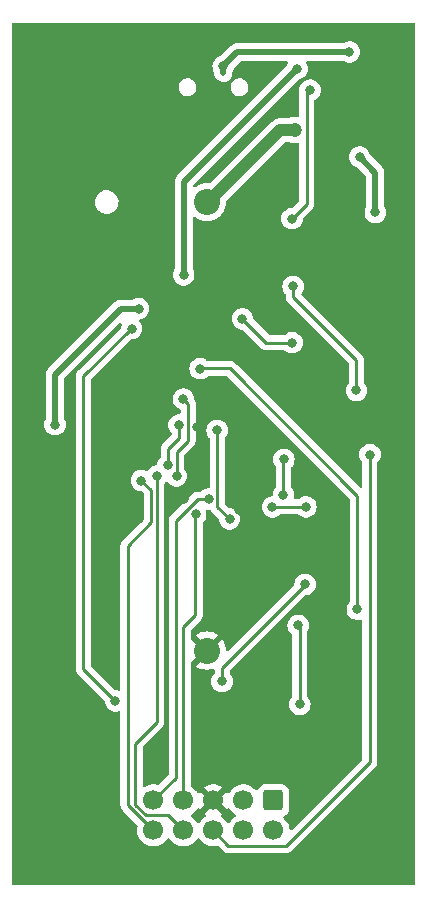
<source format=gbl>
%TF.GenerationSoftware,KiCad,Pcbnew,7.0.1*%
%TF.CreationDate,2023-06-06T18:12:30-03:00*%
%TF.ProjectId,HLI-C_main,484c492d-435f-46d6-9169-6e2e6b696361,rev?*%
%TF.SameCoordinates,Original*%
%TF.FileFunction,Copper,L2,Bot*%
%TF.FilePolarity,Positive*%
%FSLAX46Y46*%
G04 Gerber Fmt 4.6, Leading zero omitted, Abs format (unit mm)*
G04 Created by KiCad (PCBNEW 7.0.1) date 2023-06-06 18:12:30*
%MOMM*%
%LPD*%
G01*
G04 APERTURE LIST*
G04 Aperture macros list*
%AMRoundRect*
0 Rectangle with rounded corners*
0 $1 Rounding radius*
0 $2 $3 $4 $5 $6 $7 $8 $9 X,Y pos of 4 corners*
0 Add a 4 corners polygon primitive as box body*
4,1,4,$2,$3,$4,$5,$6,$7,$8,$9,$2,$3,0*
0 Add four circle primitives for the rounded corners*
1,1,$1+$1,$2,$3*
1,1,$1+$1,$4,$5*
1,1,$1+$1,$6,$7*
1,1,$1+$1,$8,$9*
0 Add four rect primitives between the rounded corners*
20,1,$1+$1,$2,$3,$4,$5,0*
20,1,$1+$1,$4,$5,$6,$7,0*
20,1,$1+$1,$6,$7,$8,$9,0*
20,1,$1+$1,$8,$9,$2,$3,0*%
G04 Aperture macros list end*
%TA.AperFunction,ComponentPad*%
%ADD10RoundRect,0.250000X-0.600000X0.600000X-0.600000X-0.600000X0.600000X-0.600000X0.600000X0.600000X0*%
%TD*%
%TA.AperFunction,ComponentPad*%
%ADD11C,1.700000*%
%TD*%
%TA.AperFunction,ComponentPad*%
%ADD12C,2.205000*%
%TD*%
%TA.AperFunction,ViaPad*%
%ADD13C,0.800000*%
%TD*%
%TA.AperFunction,ViaPad*%
%ADD14C,1.200000*%
%TD*%
%TA.AperFunction,Conductor*%
%ADD15C,0.250000*%
%TD*%
%TA.AperFunction,Conductor*%
%ADD16C,0.500000*%
%TD*%
%TA.AperFunction,Conductor*%
%ADD17C,1.000000*%
%TD*%
G04 APERTURE END LIST*
D10*
%TO.P,CON4,1,Pin_1*%
%TO.N,RESET*%
X197815200Y-82610300D03*
D11*
%TO.P,CON4,2,Pin_2*%
%TO.N,+2V5*%
X197815200Y-85150300D03*
%TO.P,CON4,3,Pin_3*%
%TO.N,+3.3VP*%
X195275200Y-82610300D03*
%TO.P,CON4,4,Pin_4*%
X195275200Y-85150300D03*
%TO.P,CON4,5,Pin_5*%
%TO.N,0*%
X192735200Y-82610300D03*
%TO.P,CON4,6,Pin_6*%
%TO.N,VBAT*%
X192735200Y-85150300D03*
%TO.P,CON4,7,Pin_7*%
%TO.N,PGED2*%
X190195200Y-82610300D03*
%TO.P,CON4,8,Pin_8*%
%TO.N,RXB*%
X190195200Y-85150300D03*
%TO.P,CON4,9,Pin_9*%
%TO.N,PGEC2*%
X187655200Y-82610300D03*
%TO.P,CON4,10,Pin_10*%
%TO.N,TXB*%
X187655200Y-85150300D03*
%TD*%
D12*
%TO.P,CON3,N*%
%TO.N,0*%
X192200000Y-69920000D03*
%TO.P,CON3,P*%
%TO.N,N/C*%
X192200000Y-31950000D03*
%TD*%
D13*
%TO.N,0*%
X197535800Y-51409600D03*
%TO.N,+3V3*%
X191617600Y-46050200D03*
%TO.N,+3.3VP*%
X199402700Y-43853100D03*
X195199000Y-41833800D03*
%TO.N,0*%
X190279849Y-57104849D03*
X197713600Y-71755000D03*
X190630000Y-41990000D03*
X186450000Y-58771600D03*
X182981600Y-61518800D03*
X191340000Y-51010000D03*
X194894200Y-57988200D03*
X186131200Y-27127200D03*
X183637701Y-53517800D03*
X191590000Y-27000000D03*
X199821800Y-61468000D03*
X200250000Y-36680000D03*
X192582800Y-35509200D03*
X187980000Y-33650000D03*
X202997630Y-32549509D03*
X195986400Y-78486000D03*
X191668400Y-78486000D03*
X187502800Y-48818800D03*
%TO.N,+3V3*%
X184441450Y-74181350D03*
X204927200Y-66421000D03*
X185812000Y-42671998D03*
%TO.N,RESET*%
X199923400Y-67792600D03*
X200050400Y-74472800D03*
%TO.N,+5VD*%
X179324000Y-50800000D03*
X186403528Y-40970000D03*
X199820000Y-20680000D03*
X190220600Y-38125400D03*
%TO.N,+3.3VP*%
X200571700Y-57750000D03*
X197739000Y-57771599D03*
%TO.N,Net-(U1-VDDCORE)*%
X200507200Y-64312800D03*
X193469500Y-72542400D03*
%TO.N,PGED2*%
X191236350Y-58394850D03*
%TO.N,PGEC2*%
X192340900Y-57104349D03*
%TO.N,PIN-SCL*%
X189620000Y-55140000D03*
X190190000Y-48620000D03*
%TO.N,PIN-SDA*%
X189830000Y-50820000D03*
X188895500Y-54244302D03*
D14*
%TO.N,Net-(CON3-+)*%
X199610000Y-25850000D03*
D13*
%TO.N,Net-(U1-SDO2{slash}RG8)*%
X198672700Y-56737500D03*
X198706148Y-53738352D03*
%TO.N,Net-(U1-\u002ASS2{slash}RG9)*%
X194102800Y-58771600D03*
X193054100Y-51271300D03*
%TO.N,VBAT*%
X206000000Y-53325400D03*
X206450000Y-32825000D03*
X205110000Y-28130000D03*
%TO.N,RXB*%
X187944455Y-55144454D03*
%TO.N,TXB*%
X186650000Y-55525000D03*
%TO.N,+5V*%
X204260000Y-19250000D03*
X193573400Y-20447000D03*
%TO.N,Net-(D2-K)*%
X199491600Y-39090600D03*
X200914000Y-22479000D03*
X204851000Y-47904400D03*
X199390000Y-33350200D03*
%TD*%
D15*
%TO.N,Net-(U1-SDO2{slash}RG8)*%
X198672700Y-53771800D02*
X198672700Y-56737500D01*
X198706148Y-53738352D02*
X198672700Y-53771800D01*
D16*
%TO.N,+5VD*%
X190220600Y-30239400D02*
X199780000Y-20680000D01*
X190220600Y-38125400D02*
X190220600Y-30239400D01*
X199780000Y-20680000D02*
X199820000Y-20680000D01*
D15*
%TO.N,Net-(D2-K)*%
X204851000Y-45361000D02*
X204851000Y-47904400D01*
X199491600Y-39090600D02*
X199491600Y-40001600D01*
X199491600Y-40001600D02*
X204851000Y-45361000D01*
%TO.N,+3.3VP*%
X197760599Y-57750000D02*
X197739000Y-57771599D01*
X200571700Y-57750000D02*
X197760599Y-57750000D01*
%TO.N,Net-(D2-K)*%
X200625000Y-32115200D02*
X200625000Y-22768000D01*
X200625000Y-22768000D02*
X200914000Y-22479000D01*
X199390000Y-33350200D02*
X200625000Y-32115200D01*
D16*
%TO.N,+5V*%
X193573400Y-20447000D02*
X193573400Y-21023400D01*
X193573400Y-20447000D02*
X194770400Y-19250000D01*
X194770400Y-19250000D02*
X204260000Y-19250000D01*
%TO.N,+5VD*%
X184910000Y-40970000D02*
X179324000Y-46556000D01*
X179324000Y-46556000D02*
X179324000Y-50800000D01*
X186403528Y-40970000D02*
X184910000Y-40970000D01*
X186403528Y-40970000D02*
X186060000Y-40970000D01*
D15*
%TO.N,+3V3*%
X191643000Y-46024800D02*
X191617600Y-46050200D01*
X194132200Y-46024800D02*
X191643000Y-46024800D01*
X204927200Y-56819800D02*
X194132200Y-46024800D01*
X204927200Y-66421000D02*
X204927200Y-56819800D01*
%TO.N,Net-(U1-VDDCORE)*%
X200507200Y-64338400D02*
X200507200Y-64312800D01*
X193469500Y-71376100D02*
X200507200Y-64338400D01*
X193469500Y-72542400D02*
X193469500Y-71376100D01*
%TO.N,+3V3*%
X191592200Y-46024800D02*
X191541400Y-46024800D01*
X191617600Y-46050200D02*
X191592200Y-46024800D01*
%TO.N,+3.3VP*%
X195199000Y-41833800D02*
X197218300Y-43853100D01*
X197218300Y-43853100D02*
X199402700Y-43853100D01*
%TO.N,+3V3*%
X185728002Y-42671998D02*
X181711600Y-46688400D01*
X185811998Y-42671998D02*
X185812000Y-42671998D01*
X181711600Y-71451500D02*
X184441450Y-74181350D01*
X185812000Y-42671998D02*
X185728002Y-42671998D01*
X185770000Y-42630000D02*
X185811998Y-42671998D01*
X181711600Y-46688400D02*
X181711600Y-71451500D01*
%TO.N,+3.3VP*%
X195275200Y-82296000D02*
X195275200Y-82610300D01*
%TO.N,RESET*%
X199923400Y-67792600D02*
X200050400Y-67919600D01*
X200050400Y-67919600D02*
X200050400Y-74472800D01*
%TO.N,PGED2*%
X191211200Y-58420000D02*
X191211200Y-66903600D01*
X191236350Y-58394850D02*
X191211200Y-58420000D01*
X190195200Y-67919600D02*
X190195200Y-82610300D01*
X191211200Y-66903600D02*
X190195200Y-67919600D01*
%TO.N,PGEC2*%
X189585600Y-80679900D02*
X187655200Y-82610300D01*
X191399946Y-57104349D02*
X189585600Y-58918695D01*
X192340900Y-57104349D02*
X191399946Y-57104349D01*
X189585600Y-58918695D02*
X189585600Y-80679900D01*
%TO.N,PIN-SCL*%
X189620000Y-53130000D02*
X190600000Y-52150000D01*
X190600000Y-52150000D02*
X190600000Y-49030000D01*
X189620000Y-55140000D02*
X189620000Y-53130000D01*
X190600000Y-49030000D02*
X190190000Y-48620000D01*
%TO.N,PIN-SDA*%
X189830000Y-51920000D02*
X189830000Y-50820000D01*
X188895500Y-52854500D02*
X189830000Y-51920000D01*
X188895500Y-54244302D02*
X188895500Y-52854500D01*
D17*
%TO.N,Net-(CON3-+)*%
X198400000Y-25850000D02*
X199610000Y-25850000D01*
X192200000Y-31950000D02*
X192300000Y-31950000D01*
X192300000Y-31950000D02*
X198400000Y-25850000D01*
D15*
%TO.N,Net-(U1-\u002ASS2{slash}RG9)*%
X193065400Y-51282600D02*
X193054100Y-51271300D01*
X193065400Y-57734200D02*
X193065400Y-51282600D01*
X194102800Y-58771600D02*
X193065400Y-57734200D01*
%TO.N,VBAT*%
X194010000Y-86430000D02*
X192735200Y-85155200D01*
X198920000Y-86430000D02*
X194010000Y-86430000D01*
X205960000Y-79390000D02*
X198920000Y-86430000D01*
D16*
X206450000Y-32825000D02*
X206450000Y-29470000D01*
D15*
X205960000Y-53365400D02*
X205960000Y-79390000D01*
D16*
X206450000Y-29470000D02*
X205110000Y-28130000D01*
D15*
X206000000Y-53325400D02*
X205960000Y-53365400D01*
X192735200Y-85155200D02*
X192735200Y-85150300D01*
%TO.N,RXB*%
X188919900Y-83875000D02*
X190195200Y-85150300D01*
X187944455Y-55144454D02*
X187944455Y-75980545D01*
X186125000Y-82983704D02*
X187016296Y-83875000D01*
X187944455Y-75980545D02*
X186125000Y-77800000D01*
X187016296Y-83875000D02*
X188919900Y-83875000D01*
X186125000Y-77800000D02*
X186125000Y-82983704D01*
%TO.N,TXB*%
X187494455Y-56369455D02*
X187494455Y-59080545D01*
X187494455Y-59080545D02*
X185500000Y-61075000D01*
X185500000Y-82995100D02*
X187655200Y-85150300D01*
X186650000Y-55525000D02*
X187494455Y-56369455D01*
X185500000Y-61075000D02*
X185500000Y-82995100D01*
%TD*%
%TA.AperFunction,Conductor*%
%TO.N,0*%
G36*
X209765900Y-16806781D02*
G01*
X209812019Y-16852900D01*
X209828900Y-16915900D01*
X209828900Y-89637600D01*
X209812019Y-89700600D01*
X209765900Y-89746719D01*
X209702900Y-89763600D01*
X175783350Y-89763600D01*
X175720350Y-89746719D01*
X175674231Y-89700600D01*
X175657350Y-89637600D01*
X175657350Y-50799999D01*
X178410496Y-50799999D01*
X178430458Y-50989929D01*
X178489472Y-51171556D01*
X178584958Y-51336942D01*
X178584960Y-51336944D01*
X178712747Y-51478866D01*
X178867248Y-51591118D01*
X179041712Y-51668794D01*
X179228513Y-51708500D01*
X179419485Y-51708500D01*
X179419487Y-51708500D01*
X179606288Y-51668794D01*
X179780752Y-51591118D01*
X179935253Y-51478866D01*
X180063040Y-51336944D01*
X180158527Y-51171556D01*
X180217542Y-50989928D01*
X180237504Y-50800000D01*
X180217542Y-50610072D01*
X180158527Y-50428444D01*
X180099381Y-50326000D01*
X180082500Y-50263000D01*
X180082500Y-46922371D01*
X180092091Y-46874153D01*
X180119405Y-46833276D01*
X181277087Y-45675594D01*
X184762903Y-42189776D01*
X184820661Y-42156832D01*
X184887149Y-42157876D01*
X184943846Y-42192620D01*
X184974961Y-42251386D01*
X184971829Y-42317809D01*
X184918458Y-42482067D01*
X184910958Y-42553427D01*
X184899373Y-42594500D01*
X184874743Y-42629350D01*
X181322936Y-46181157D01*
X181306616Y-46194233D01*
X181257970Y-46246035D01*
X181255220Y-46248873D01*
X181235468Y-46268626D01*
X181235464Y-46268630D01*
X181235465Y-46268630D01*
X181232979Y-46271833D01*
X181225287Y-46280839D01*
X181195013Y-46313078D01*
X181185252Y-46330834D01*
X181174401Y-46347352D01*
X181161985Y-46363359D01*
X181144424Y-46403939D01*
X181139204Y-46414595D01*
X181117904Y-46453340D01*
X181112867Y-46472959D01*
X181106464Y-46491661D01*
X181098418Y-46510255D01*
X181091501Y-46553924D01*
X181089095Y-46565544D01*
X181078100Y-46608370D01*
X181078100Y-46628624D01*
X181076549Y-46648334D01*
X181073379Y-46668342D01*
X181077541Y-46712361D01*
X181078100Y-46724219D01*
X181078100Y-71367647D01*
X181075804Y-71388435D01*
X181078038Y-71459486D01*
X181078100Y-71463445D01*
X181078100Y-71491357D01*
X181078607Y-71495373D01*
X181079537Y-71507196D01*
X181080926Y-71551392D01*
X181086577Y-71570841D01*
X181090586Y-71590196D01*
X181093125Y-71610294D01*
X181093125Y-71610296D01*
X181093126Y-71610297D01*
X181105866Y-71642476D01*
X181109401Y-71651403D01*
X181113244Y-71662630D01*
X181125580Y-71705090D01*
X181135894Y-71722530D01*
X181144587Y-71740274D01*
X181152048Y-71759117D01*
X181152049Y-71759119D01*
X181178031Y-71794880D01*
X181184548Y-71804801D01*
X181207058Y-71842863D01*
X181221378Y-71857183D01*
X181234218Y-71872216D01*
X181246126Y-71888605D01*
X181280198Y-71916792D01*
X181288978Y-71924782D01*
X183494327Y-74130132D01*
X183518958Y-74164982D01*
X183530542Y-74206056D01*
X183547908Y-74371279D01*
X183606922Y-74552906D01*
X183702408Y-74718292D01*
X183702410Y-74718294D01*
X183830197Y-74860216D01*
X183984698Y-74972468D01*
X184159162Y-75050144D01*
X184345963Y-75089850D01*
X184536935Y-75089850D01*
X184536937Y-75089850D01*
X184714305Y-75052149D01*
X184769914Y-75052877D01*
X184819794Y-75077476D01*
X184854226Y-75121152D01*
X184866500Y-75175396D01*
X184866500Y-82911247D01*
X184864204Y-82932035D01*
X184866438Y-83003086D01*
X184866500Y-83007045D01*
X184866500Y-83034957D01*
X184867007Y-83038973D01*
X184867937Y-83050796D01*
X184869326Y-83094992D01*
X184874977Y-83114441D01*
X184878986Y-83133796D01*
X184881525Y-83153894D01*
X184897801Y-83195003D01*
X184901644Y-83206230D01*
X184913980Y-83248690D01*
X184924294Y-83266130D01*
X184932987Y-83283874D01*
X184940448Y-83302717D01*
X184940449Y-83302719D01*
X184966431Y-83338480D01*
X184972948Y-83348401D01*
X184995458Y-83386463D01*
X185009778Y-83400783D01*
X185022618Y-83415816D01*
X185034526Y-83432205D01*
X185034527Y-83432206D01*
X185034528Y-83432207D01*
X185068598Y-83460392D01*
X185077378Y-83468382D01*
X186305333Y-84696338D01*
X186337717Y-84751984D01*
X186338382Y-84816360D01*
X186310636Y-84925932D01*
X186292044Y-85150300D01*
X186310636Y-85374668D01*
X186310636Y-85374671D01*
X186310637Y-85374672D01*
X186365902Y-85592911D01*
X186456339Y-85799090D01*
X186579478Y-85987568D01*
X186731962Y-86153208D01*
X186909621Y-86291487D01*
X186909624Y-86291489D01*
X187107626Y-86398642D01*
X187320565Y-86471744D01*
X187542631Y-86508800D01*
X187767766Y-86508800D01*
X187767769Y-86508800D01*
X187989835Y-86471744D01*
X188202774Y-86398642D01*
X188400776Y-86291489D01*
X188578440Y-86153206D01*
X188730922Y-85987568D01*
X188819718Y-85851654D01*
X188865231Y-85809758D01*
X188925200Y-85794572D01*
X188985169Y-85809758D01*
X189030681Y-85851654D01*
X189119478Y-85987568D01*
X189271962Y-86153208D01*
X189449621Y-86291487D01*
X189449624Y-86291489D01*
X189647626Y-86398642D01*
X189860565Y-86471744D01*
X190082631Y-86508800D01*
X190307766Y-86508800D01*
X190307769Y-86508800D01*
X190529835Y-86471744D01*
X190742774Y-86398642D01*
X190940776Y-86291489D01*
X191118440Y-86153206D01*
X191270922Y-85987568D01*
X191359718Y-85851654D01*
X191405231Y-85809758D01*
X191465200Y-85794572D01*
X191525169Y-85809758D01*
X191570681Y-85851654D01*
X191659477Y-85987567D01*
X191659478Y-85987568D01*
X191811962Y-86153208D01*
X191989621Y-86291487D01*
X191989624Y-86291489D01*
X192187626Y-86398642D01*
X192400565Y-86471744D01*
X192622631Y-86508800D01*
X192847766Y-86508800D01*
X192847769Y-86508800D01*
X193069835Y-86471744D01*
X193069839Y-86471742D01*
X193079568Y-86470119D01*
X193138747Y-86474408D01*
X193189402Y-86505306D01*
X193502751Y-86818655D01*
X193515834Y-86834985D01*
X193567665Y-86883656D01*
X193570477Y-86886381D01*
X193590230Y-86906134D01*
X193591826Y-86907372D01*
X193593424Y-86908612D01*
X193602444Y-86916316D01*
X193634679Y-86946586D01*
X193652435Y-86956347D01*
X193668951Y-86967196D01*
X193684959Y-86979613D01*
X193725153Y-86997006D01*
X193725525Y-86997167D01*
X193736188Y-87002391D01*
X193774938Y-87023694D01*
X193774940Y-87023695D01*
X193794562Y-87028733D01*
X193813267Y-87035137D01*
X193831855Y-87043181D01*
X193875522Y-87050096D01*
X193887129Y-87052500D01*
X193929970Y-87063500D01*
X193950231Y-87063500D01*
X193969939Y-87065050D01*
X193989943Y-87068219D01*
X193989943Y-87068218D01*
X193989944Y-87068219D01*
X194033954Y-87064059D01*
X194045811Y-87063500D01*
X198836147Y-87063500D01*
X198856935Y-87065795D01*
X198859907Y-87065701D01*
X198859909Y-87065702D01*
X198927985Y-87063562D01*
X198931945Y-87063500D01*
X198959852Y-87063500D01*
X198959856Y-87063500D01*
X198963865Y-87062993D01*
X198975699Y-87062061D01*
X199019889Y-87060673D01*
X199039338Y-87055021D01*
X199058698Y-87051012D01*
X199078797Y-87048474D01*
X199119915Y-87032193D01*
X199131117Y-87028357D01*
X199173593Y-87016018D01*
X199191039Y-87005699D01*
X199208780Y-86997009D01*
X199227617Y-86989552D01*
X199263392Y-86963558D01*
X199273303Y-86957048D01*
X199311362Y-86934542D01*
X199325691Y-86920212D01*
X199340719Y-86907377D01*
X199357107Y-86895472D01*
X199385303Y-86861386D01*
X199393272Y-86852630D01*
X206348658Y-79897244D01*
X206364979Y-79884170D01*
X206367014Y-79882002D01*
X206367018Y-79882000D01*
X206413677Y-79832311D01*
X206416368Y-79829534D01*
X206436134Y-79809770D01*
X206438605Y-79806583D01*
X206446312Y-79797559D01*
X206476586Y-79765321D01*
X206486343Y-79747570D01*
X206497199Y-79731043D01*
X206509613Y-79715041D01*
X206527172Y-79674461D01*
X206532392Y-79663809D01*
X206553694Y-79625061D01*
X206553695Y-79625060D01*
X206558732Y-79605439D01*
X206565138Y-79586730D01*
X206573181Y-79568145D01*
X206580096Y-79524476D01*
X206582496Y-79512881D01*
X206593500Y-79470030D01*
X206593500Y-79449769D01*
X206595051Y-79430058D01*
X206598219Y-79410055D01*
X206594059Y-79366046D01*
X206593500Y-79354189D01*
X206593500Y-54072350D01*
X206601869Y-54027196D01*
X206625864Y-53988040D01*
X206739039Y-53862345D01*
X206834527Y-53696956D01*
X206834527Y-53696955D01*
X206893542Y-53515328D01*
X206913504Y-53325400D01*
X206893542Y-53135472D01*
X206834527Y-52953844D01*
X206834527Y-52953843D01*
X206739041Y-52788457D01*
X206611252Y-52646533D01*
X206494745Y-52561886D01*
X206456752Y-52534282D01*
X206282288Y-52456606D01*
X206095487Y-52416900D01*
X205904513Y-52416900D01*
X205783515Y-52442619D01*
X205717711Y-52456606D01*
X205543246Y-52534283D01*
X205388747Y-52646533D01*
X205260958Y-52788457D01*
X205165472Y-52953843D01*
X205106458Y-53135470D01*
X205086496Y-53325399D01*
X205106458Y-53515329D01*
X205165472Y-53696956D01*
X205260960Y-53862345D01*
X205294136Y-53899191D01*
X205318131Y-53938347D01*
X205326500Y-53983501D01*
X205326500Y-56019005D01*
X205312767Y-56076208D01*
X205274561Y-56120941D01*
X205220211Y-56143454D01*
X205161564Y-56138838D01*
X205111405Y-56108100D01*
X194639444Y-45636139D01*
X194626371Y-45619821D01*
X194574549Y-45571157D01*
X194571737Y-45568432D01*
X194551970Y-45548665D01*
X194548775Y-45546186D01*
X194539753Y-45538481D01*
X194507520Y-45508213D01*
X194489767Y-45498453D01*
X194473241Y-45487597D01*
X194457241Y-45475186D01*
X194416666Y-45457628D01*
X194406004Y-45452404D01*
X194367263Y-45431105D01*
X194353513Y-45427575D01*
X194347637Y-45426066D01*
X194328931Y-45419662D01*
X194310345Y-45411619D01*
X194266675Y-45404702D01*
X194255053Y-45402295D01*
X194212230Y-45391300D01*
X194212229Y-45391300D01*
X194191976Y-45391300D01*
X194172266Y-45389749D01*
X194152257Y-45386579D01*
X194108239Y-45390741D01*
X194096381Y-45391300D01*
X192297274Y-45391300D01*
X192258338Y-45385133D01*
X192223213Y-45367236D01*
X192137961Y-45305297D01*
X192074352Y-45259082D01*
X191899888Y-45181406D01*
X191713087Y-45141700D01*
X191522113Y-45141700D01*
X191430863Y-45161096D01*
X191335311Y-45181406D01*
X191160846Y-45259083D01*
X191006347Y-45371333D01*
X190878558Y-45513257D01*
X190783072Y-45678643D01*
X190724058Y-45860270D01*
X190704436Y-46046961D01*
X190704096Y-46050200D01*
X190706751Y-46075461D01*
X190724058Y-46240129D01*
X190783072Y-46421756D01*
X190878558Y-46587142D01*
X190878560Y-46587144D01*
X191006347Y-46729066D01*
X191160848Y-46841318D01*
X191335312Y-46918994D01*
X191522113Y-46958700D01*
X191713085Y-46958700D01*
X191713087Y-46958700D01*
X191899888Y-46918994D01*
X192074352Y-46841318D01*
X192228853Y-46729066D01*
X192255034Y-46699988D01*
X192297421Y-46669193D01*
X192348670Y-46658300D01*
X193817606Y-46658300D01*
X193865824Y-46667891D01*
X193906701Y-46695205D01*
X204256795Y-57045299D01*
X204284109Y-57086176D01*
X204293700Y-57134394D01*
X204293700Y-65718475D01*
X204285331Y-65763629D01*
X204261336Y-65802786D01*
X204188158Y-65884057D01*
X204092672Y-66049443D01*
X204033658Y-66231070D01*
X204013696Y-66421000D01*
X204033658Y-66610929D01*
X204092672Y-66792556D01*
X204188158Y-66957942D01*
X204188160Y-66957944D01*
X204315947Y-67099866D01*
X204470448Y-67212118D01*
X204644912Y-67289794D01*
X204831713Y-67329500D01*
X205022685Y-67329500D01*
X205022687Y-67329500D01*
X205174306Y-67297272D01*
X205229914Y-67298000D01*
X205279794Y-67322598D01*
X205314226Y-67366275D01*
X205326500Y-67420519D01*
X205326500Y-79075405D01*
X205316909Y-79123623D01*
X205289595Y-79164500D01*
X199380170Y-85073923D01*
X199318205Y-85107873D01*
X199247708Y-85103130D01*
X199190848Y-85061187D01*
X199165506Y-84995236D01*
X199159764Y-84925932D01*
X199104496Y-84707684D01*
X199014060Y-84501509D01*
X198890922Y-84313032D01*
X198738440Y-84147394D01*
X198738439Y-84147393D01*
X198738437Y-84147391D01*
X198703636Y-84120304D01*
X198663523Y-84066358D01*
X198656859Y-83999463D01*
X198685541Y-83938663D01*
X198726202Y-83911441D01*
X198725403Y-83910146D01*
X198737935Y-83902415D01*
X198737938Y-83902415D01*
X198888852Y-83809330D01*
X199014230Y-83683952D01*
X199107315Y-83533038D01*
X199163087Y-83364726D01*
X199173700Y-83260845D01*
X199173699Y-81959756D01*
X199163087Y-81855874D01*
X199107315Y-81687562D01*
X199014230Y-81536648D01*
X199014228Y-81536646D01*
X199014227Y-81536644D01*
X198888855Y-81411272D01*
X198888852Y-81411270D01*
X198737938Y-81318185D01*
X198569626Y-81262413D01*
X198465745Y-81251800D01*
X198465740Y-81251800D01*
X197164659Y-81251800D01*
X197060773Y-81262413D01*
X196892462Y-81318185D01*
X196741544Y-81411272D01*
X196616172Y-81536644D01*
X196616170Y-81536648D01*
X196523085Y-81687562D01*
X196523084Y-81687564D01*
X196515354Y-81700097D01*
X196514365Y-81699487D01*
X196488572Y-81738880D01*
X196430931Y-81768284D01*
X196366296Y-81765200D01*
X196311716Y-81730444D01*
X196198440Y-81607394D01*
X196198439Y-81607393D01*
X196198437Y-81607391D01*
X196020778Y-81469112D01*
X195822773Y-81361957D01*
X195677505Y-81312087D01*
X195609835Y-81288856D01*
X195387769Y-81251800D01*
X195162631Y-81251800D01*
X194940565Y-81288856D01*
X194940562Y-81288856D01*
X194940562Y-81288857D01*
X194727626Y-81361957D01*
X194529621Y-81469112D01*
X194351962Y-81607391D01*
X194199478Y-81773031D01*
X194110383Y-81909402D01*
X194064869Y-81951300D01*
X194004900Y-81966486D01*
X193944931Y-81951300D01*
X193899418Y-81909402D01*
X193858276Y-81846432D01*
X193094410Y-82610300D01*
X193094410Y-82610301D01*
X193858276Y-83374167D01*
X193858277Y-83374166D01*
X193899418Y-83311198D01*
X193944931Y-83269300D01*
X194004900Y-83254114D01*
X194064869Y-83269300D01*
X194110383Y-83311198D01*
X194159556Y-83386463D01*
X194199478Y-83447568D01*
X194278159Y-83533038D01*
X194351962Y-83613208D01*
X194529618Y-83751485D01*
X194529620Y-83751486D01*
X194529624Y-83751489D01*
X194562882Y-83769487D01*
X194611152Y-83815803D01*
X194628911Y-83880300D01*
X194611152Y-83944797D01*
X194562882Y-83991112D01*
X194537994Y-84004581D01*
X194529618Y-84009114D01*
X194351962Y-84147391D01*
X194199478Y-84313031D01*
X194110683Y-84448943D01*
X194065169Y-84490841D01*
X194005200Y-84506027D01*
X193945231Y-84490841D01*
X193899717Y-84448943D01*
X193810921Y-84313031D01*
X193658437Y-84147391D01*
X193551841Y-84064424D01*
X193480776Y-84009111D01*
X193446992Y-83990828D01*
X193398721Y-83944512D01*
X193380962Y-83880015D01*
X193398721Y-83815517D01*
X193446993Y-83769201D01*
X193480503Y-83751065D01*
X193500888Y-83735199D01*
X193500889Y-83735198D01*
X192735201Y-82969510D01*
X192735200Y-82969510D01*
X191969510Y-83735199D01*
X191989897Y-83751067D01*
X192023406Y-83769201D01*
X192071678Y-83815517D01*
X192089437Y-83880014D01*
X192071678Y-83944512D01*
X192023407Y-83990828D01*
X191989623Y-84009111D01*
X191811962Y-84147391D01*
X191659478Y-84313031D01*
X191570683Y-84448943D01*
X191525169Y-84490841D01*
X191465200Y-84506027D01*
X191405231Y-84490841D01*
X191359717Y-84448943D01*
X191270921Y-84313031D01*
X191118437Y-84147391D01*
X190940779Y-84009113D01*
X190940777Y-84009112D01*
X190940776Y-84009111D01*
X190907517Y-83991112D01*
X190859247Y-83944798D01*
X190841488Y-83880300D01*
X190859247Y-83815802D01*
X190907517Y-83769487D01*
X190940776Y-83751489D01*
X191118440Y-83613206D01*
X191270922Y-83447568D01*
X191360016Y-83311198D01*
X191405529Y-83269300D01*
X191465499Y-83254114D01*
X191525468Y-83269300D01*
X191570982Y-83311198D01*
X191612122Y-83374166D01*
X192375990Y-82610300D01*
X191612121Y-81846432D01*
X191570982Y-81909401D01*
X191525468Y-81951299D01*
X191465499Y-81966485D01*
X191405530Y-81951299D01*
X191360016Y-81909401D01*
X191325045Y-81855874D01*
X191270922Y-81773032D01*
X191118440Y-81607394D01*
X191118439Y-81607393D01*
X191118437Y-81607391D01*
X190961706Y-81485401D01*
X191969510Y-81485401D01*
X192735199Y-82251090D01*
X192735200Y-82251090D01*
X193500889Y-81485400D01*
X193500888Y-81485399D01*
X193480502Y-81469532D01*
X193282571Y-81362417D01*
X193069708Y-81289342D01*
X192847730Y-81252300D01*
X192622670Y-81252300D01*
X192400691Y-81289342D01*
X192187828Y-81362417D01*
X191989900Y-81469531D01*
X191969510Y-81485399D01*
X191969510Y-81485401D01*
X190961706Y-81485401D01*
X190940781Y-81469114D01*
X190940777Y-81469111D01*
X190940776Y-81469111D01*
X190894728Y-81444191D01*
X190846459Y-81397876D01*
X190828700Y-81333379D01*
X190828700Y-71227640D01*
X191251569Y-71227640D01*
X191466588Y-71359403D01*
X191700787Y-71456412D01*
X191947282Y-71515590D01*
X192200000Y-71535479D01*
X192452717Y-71515590D01*
X192680586Y-71460885D01*
X192737003Y-71460332D01*
X192788006Y-71484454D01*
X192823368Y-71528416D01*
X192836000Y-71583404D01*
X192836000Y-71839875D01*
X192827631Y-71885029D01*
X192803636Y-71924186D01*
X192730458Y-72005457D01*
X192634972Y-72170843D01*
X192575958Y-72352470D01*
X192555996Y-72542400D01*
X192575958Y-72732329D01*
X192634972Y-72913956D01*
X192730458Y-73079342D01*
X192858246Y-73221265D01*
X192858247Y-73221266D01*
X193012748Y-73333518D01*
X193187212Y-73411194D01*
X193374013Y-73450900D01*
X193564985Y-73450900D01*
X193564987Y-73450900D01*
X193751788Y-73411194D01*
X193926252Y-73333518D01*
X194080753Y-73221266D01*
X194208540Y-73079344D01*
X194304027Y-72913956D01*
X194363042Y-72732328D01*
X194383004Y-72542400D01*
X194363042Y-72352472D01*
X194304027Y-72170844D01*
X194304027Y-72170843D01*
X194208541Y-72005457D01*
X194135364Y-71924186D01*
X194111369Y-71885029D01*
X194103000Y-71839875D01*
X194103000Y-71690694D01*
X194112591Y-71642476D01*
X194139905Y-71601599D01*
X197948905Y-67792600D01*
X199009896Y-67792600D01*
X199029858Y-67982529D01*
X199088872Y-68164156D01*
X199184358Y-68329542D01*
X199312147Y-68471466D01*
X199364961Y-68509838D01*
X199403167Y-68554571D01*
X199416900Y-68611774D01*
X199416900Y-73770275D01*
X199408531Y-73815429D01*
X199384536Y-73854586D01*
X199311358Y-73935857D01*
X199215872Y-74101243D01*
X199156858Y-74282870D01*
X199136896Y-74472799D01*
X199156858Y-74662729D01*
X199215872Y-74844356D01*
X199311358Y-75009742D01*
X199350197Y-75052877D01*
X199439147Y-75151666D01*
X199593648Y-75263918D01*
X199768112Y-75341594D01*
X199954913Y-75381300D01*
X200145885Y-75381300D01*
X200145887Y-75381300D01*
X200332688Y-75341594D01*
X200507152Y-75263918D01*
X200661653Y-75151666D01*
X200789440Y-75009744D01*
X200884927Y-74844356D01*
X200943942Y-74662728D01*
X200963904Y-74472800D01*
X200943942Y-74282872D01*
X200905637Y-74164982D01*
X200884927Y-74101243D01*
X200789441Y-73935857D01*
X200716264Y-73854586D01*
X200692269Y-73815429D01*
X200683900Y-73770275D01*
X200683900Y-68326135D01*
X200700780Y-68263136D01*
X200757927Y-68164156D01*
X200816942Y-67982528D01*
X200836904Y-67792600D01*
X200816942Y-67602672D01*
X200757927Y-67421044D01*
X200757927Y-67421043D01*
X200662441Y-67255657D01*
X200557096Y-67138660D01*
X200534653Y-67113734D01*
X200515565Y-67099866D01*
X200380153Y-67001483D01*
X200380152Y-67001482D01*
X200205688Y-66923806D01*
X200018887Y-66884100D01*
X199827913Y-66884100D01*
X199703378Y-66910570D01*
X199641111Y-66923806D01*
X199466646Y-67001483D01*
X199312147Y-67113733D01*
X199184358Y-67255657D01*
X199088872Y-67421043D01*
X199029858Y-67602670D01*
X199009896Y-67792600D01*
X197948905Y-67792600D01*
X200483300Y-65258205D01*
X200524177Y-65230891D01*
X200572395Y-65221300D01*
X200602685Y-65221300D01*
X200602687Y-65221300D01*
X200789488Y-65181594D01*
X200963952Y-65103918D01*
X201118453Y-64991666D01*
X201246240Y-64849744D01*
X201341727Y-64684356D01*
X201400742Y-64502728D01*
X201420704Y-64312800D01*
X201400742Y-64122872D01*
X201341727Y-63941244D01*
X201341727Y-63941243D01*
X201246241Y-63775857D01*
X201118452Y-63633933D01*
X200963953Y-63521683D01*
X200963952Y-63521682D01*
X200789488Y-63444006D01*
X200602687Y-63404300D01*
X200411713Y-63404300D01*
X200287178Y-63430770D01*
X200224911Y-63444006D01*
X200050446Y-63521683D01*
X199895947Y-63633933D01*
X199768158Y-63775857D01*
X199672672Y-63941243D01*
X199613658Y-64122870D01*
X199593286Y-64316699D01*
X199581702Y-64357773D01*
X199557071Y-64392623D01*
X194024372Y-69925322D01*
X193962280Y-69959300D01*
X193891666Y-69954439D01*
X193834815Y-69912275D01*
X193809665Y-69846113D01*
X193795590Y-69667282D01*
X193736412Y-69420787D01*
X193639403Y-69186588D01*
X193507639Y-68971569D01*
X192200001Y-70279210D01*
X192199995Y-70279213D01*
X191251569Y-71227638D01*
X191251569Y-71227640D01*
X190828700Y-71227640D01*
X190828700Y-70984280D01*
X190838291Y-70936062D01*
X190865605Y-70895185D01*
X191840790Y-69920001D01*
X191840790Y-69919999D01*
X190865605Y-68944814D01*
X190838291Y-68903937D01*
X190828700Y-68855719D01*
X190828700Y-68612360D01*
X191251569Y-68612360D01*
X192199999Y-69560790D01*
X192200001Y-69560790D01*
X193148429Y-68612360D01*
X193148429Y-68612358D01*
X192933411Y-68480596D01*
X192699212Y-68383587D01*
X192452717Y-68324409D01*
X192200000Y-68304520D01*
X191947282Y-68324409D01*
X191700787Y-68383587D01*
X191466585Y-68480597D01*
X191251569Y-68612358D01*
X191251569Y-68612360D01*
X190828700Y-68612360D01*
X190828700Y-68234195D01*
X190838291Y-68185977D01*
X190865604Y-68145100D01*
X191028176Y-67982528D01*
X191599859Y-67410843D01*
X191616177Y-67397772D01*
X191618214Y-67395602D01*
X191618218Y-67395600D01*
X191664861Y-67345928D01*
X191667552Y-67343151D01*
X191687335Y-67323370D01*
X191689821Y-67320164D01*
X191697510Y-67311161D01*
X191727786Y-67278921D01*
X191737542Y-67261171D01*
X191748395Y-67244650D01*
X191760814Y-67228641D01*
X191778375Y-67188054D01*
X191783588Y-67177413D01*
X191804895Y-67138660D01*
X191809933Y-67119034D01*
X191816337Y-67100332D01*
X191824381Y-67081744D01*
X191831296Y-67038082D01*
X191833704Y-67026453D01*
X191844700Y-66983629D01*
X191844700Y-66963376D01*
X191846251Y-66943666D01*
X191849420Y-66923657D01*
X191845259Y-66879639D01*
X191844700Y-66867781D01*
X191844700Y-59125307D01*
X191853069Y-59080153D01*
X191877064Y-59040996D01*
X191911960Y-59002240D01*
X191975390Y-58931794D01*
X192070877Y-58766406D01*
X192129892Y-58584778D01*
X192149854Y-58394850D01*
X192129892Y-58204922D01*
X192121073Y-58177782D01*
X192116458Y-58119139D01*
X192138971Y-58064788D01*
X192183704Y-58026582D01*
X192240907Y-58012849D01*
X192420602Y-58012849D01*
X192477807Y-58026584D01*
X192522539Y-58064791D01*
X192529954Y-58074996D01*
X192531835Y-58077585D01*
X192538348Y-58087501D01*
X192560858Y-58125563D01*
X192575178Y-58139883D01*
X192588018Y-58154916D01*
X192599926Y-58171305D01*
X192633998Y-58199492D01*
X192642778Y-58207482D01*
X193155677Y-58720381D01*
X193180308Y-58755231D01*
X193191892Y-58796305D01*
X193209258Y-58961529D01*
X193268272Y-59143156D01*
X193363758Y-59308542D01*
X193363760Y-59308544D01*
X193491547Y-59450466D01*
X193646048Y-59562718D01*
X193820512Y-59640394D01*
X194007313Y-59680100D01*
X194198285Y-59680100D01*
X194198287Y-59680100D01*
X194385088Y-59640394D01*
X194559552Y-59562718D01*
X194714053Y-59450466D01*
X194841840Y-59308544D01*
X194937327Y-59143156D01*
X194996342Y-58961528D01*
X195016304Y-58771600D01*
X194996342Y-58581672D01*
X194945987Y-58426695D01*
X194937327Y-58400043D01*
X194841841Y-58234657D01*
X194714052Y-58092733D01*
X194559553Y-57980483D01*
X194559552Y-57980482D01*
X194385088Y-57902806D01*
X194198287Y-57863100D01*
X194198285Y-57863100D01*
X194142395Y-57863100D01*
X194094177Y-57853509D01*
X194053299Y-57826195D01*
X193998702Y-57771598D01*
X196825496Y-57771598D01*
X196845458Y-57961528D01*
X196904472Y-58143155D01*
X196999958Y-58308541D01*
X197104989Y-58425190D01*
X197127747Y-58450465D01*
X197282248Y-58562717D01*
X197456712Y-58640393D01*
X197643513Y-58680099D01*
X197834485Y-58680099D01*
X197834487Y-58680099D01*
X198021288Y-58640393D01*
X198195752Y-58562717D01*
X198350253Y-58450465D01*
X198373011Y-58425188D01*
X198415398Y-58394393D01*
X198466647Y-58383500D01*
X199863500Y-58383500D01*
X199914748Y-58394393D01*
X199957135Y-58425188D01*
X199960446Y-58428866D01*
X200025775Y-58476330D01*
X200114948Y-58541118D01*
X200289412Y-58618794D01*
X200476213Y-58658500D01*
X200667185Y-58658500D01*
X200667187Y-58658500D01*
X200853988Y-58618794D01*
X201028452Y-58541118D01*
X201182953Y-58428866D01*
X201310740Y-58286944D01*
X201406227Y-58121556D01*
X201465242Y-57939928D01*
X201485204Y-57750000D01*
X201465242Y-57560072D01*
X201406227Y-57378444D01*
X201406227Y-57378443D01*
X201310741Y-57213057D01*
X201182952Y-57071133D01*
X201099099Y-57010210D01*
X201028452Y-56958882D01*
X200853988Y-56881206D01*
X200667187Y-56841500D01*
X200476213Y-56841500D01*
X200351678Y-56867970D01*
X200289411Y-56881206D01*
X200114946Y-56958883D01*
X199960446Y-57071133D01*
X199957135Y-57074812D01*
X199914748Y-57105607D01*
X199863500Y-57116500D01*
X199678232Y-57116500D01*
X199621029Y-57102767D01*
X199576296Y-57064560D01*
X199553783Y-57010210D01*
X199558398Y-56951567D01*
X199566242Y-56927428D01*
X199586204Y-56737500D01*
X199566242Y-56547572D01*
X199532294Y-56443091D01*
X199507227Y-56365943D01*
X199411741Y-56200557D01*
X199338564Y-56119286D01*
X199314569Y-56080129D01*
X199306200Y-56034975D01*
X199306200Y-54478025D01*
X199314569Y-54432871D01*
X199338564Y-54393714D01*
X199373096Y-54355362D01*
X199445188Y-54275296D01*
X199540675Y-54109908D01*
X199599690Y-53928280D01*
X199619652Y-53738352D01*
X199599690Y-53548424D01*
X199540675Y-53366796D01*
X199540675Y-53366795D01*
X199445189Y-53201409D01*
X199317400Y-53059485D01*
X199162901Y-52947235D01*
X199162900Y-52947234D01*
X198988436Y-52869558D01*
X198801635Y-52829852D01*
X198610661Y-52829852D01*
X198486126Y-52856322D01*
X198423859Y-52869558D01*
X198249394Y-52947235D01*
X198094895Y-53059485D01*
X197967106Y-53201409D01*
X197871620Y-53366795D01*
X197812606Y-53548422D01*
X197792644Y-53738352D01*
X197812606Y-53928281D01*
X197871620Y-54109908D01*
X197967106Y-54275294D01*
X198006836Y-54319418D01*
X198030831Y-54358574D01*
X198039200Y-54403729D01*
X198039200Y-56034975D01*
X198030831Y-56080129D01*
X198006836Y-56119286D01*
X197933658Y-56200557D01*
X197838172Y-56365943D01*
X197779158Y-56547570D01*
X197757854Y-56750270D01*
X197737003Y-56807557D01*
X197691697Y-56848350D01*
X197655818Y-56857295D01*
X197656467Y-56860346D01*
X197643515Y-56863099D01*
X197643513Y-56863099D01*
X197558327Y-56881206D01*
X197456711Y-56902805D01*
X197282246Y-56980482D01*
X197127747Y-57092732D01*
X196999958Y-57234656D01*
X196904472Y-57400042D01*
X196845458Y-57581669D01*
X196825496Y-57771598D01*
X193998702Y-57771598D01*
X193735804Y-57508699D01*
X193708491Y-57467822D01*
X193698900Y-57419604D01*
X193698900Y-51961275D01*
X193707269Y-51916120D01*
X193731264Y-51876964D01*
X193793140Y-51808244D01*
X193888627Y-51642856D01*
X193947642Y-51461228D01*
X193967604Y-51271300D01*
X193947642Y-51081372D01*
X193888627Y-50899744D01*
X193888627Y-50899743D01*
X193793141Y-50734357D01*
X193681234Y-50610072D01*
X193665353Y-50592434D01*
X193510852Y-50480182D01*
X193336388Y-50402506D01*
X193149587Y-50362800D01*
X192958613Y-50362800D01*
X192834078Y-50389270D01*
X192771811Y-50402506D01*
X192597346Y-50480183D01*
X192442847Y-50592433D01*
X192315058Y-50734357D01*
X192219572Y-50899743D01*
X192160558Y-51081370D01*
X192140596Y-51271299D01*
X192160558Y-51461229D01*
X192219572Y-51642856D01*
X192315058Y-51808242D01*
X192315060Y-51808244D01*
X192399538Y-51902066D01*
X192423531Y-51941219D01*
X192431900Y-51986374D01*
X192431900Y-56069849D01*
X192415019Y-56132849D01*
X192368900Y-56178968D01*
X192305900Y-56195849D01*
X192245413Y-56195849D01*
X192120879Y-56222319D01*
X192058611Y-56235555D01*
X191884146Y-56313232D01*
X191729646Y-56425482D01*
X191726335Y-56429161D01*
X191683948Y-56459956D01*
X191632700Y-56470849D01*
X191483800Y-56470849D01*
X191463010Y-56468553D01*
X191391948Y-56470787D01*
X191387990Y-56470849D01*
X191360088Y-56470849D01*
X191356080Y-56471355D01*
X191344259Y-56472285D01*
X191300054Y-56473674D01*
X191280597Y-56479327D01*
X191261247Y-56483335D01*
X191241148Y-56485874D01*
X191200039Y-56502151D01*
X191188811Y-56505995D01*
X191146354Y-56518330D01*
X191128910Y-56528646D01*
X191111163Y-56537339D01*
X191092330Y-56544795D01*
X191056557Y-56570786D01*
X191046639Y-56577300D01*
X191008585Y-56599806D01*
X190994258Y-56614132D01*
X190979229Y-56626967D01*
X190962840Y-56638874D01*
X190934647Y-56672953D01*
X190926659Y-56681730D01*
X189196936Y-58411452D01*
X189180616Y-58424528D01*
X189131970Y-58476330D01*
X189129220Y-58479168D01*
X189109468Y-58498921D01*
X189109464Y-58498925D01*
X189109465Y-58498925D01*
X189106979Y-58502128D01*
X189099287Y-58511134D01*
X189069013Y-58543373D01*
X189059252Y-58561129D01*
X189048401Y-58577647D01*
X189035985Y-58593654D01*
X189018424Y-58634234D01*
X189013204Y-58644890D01*
X188991904Y-58683635D01*
X188986867Y-58703254D01*
X188980464Y-58721956D01*
X188972418Y-58740550D01*
X188965501Y-58784219D01*
X188963095Y-58795839D01*
X188952100Y-58838665D01*
X188952100Y-58858919D01*
X188950549Y-58878629D01*
X188947379Y-58898637D01*
X188951541Y-58942656D01*
X188952100Y-58954514D01*
X188952100Y-80365305D01*
X188942509Y-80413523D01*
X188915195Y-80454401D01*
X188113121Y-81256472D01*
X188052428Y-81290133D01*
X188000652Y-81287456D01*
X188000132Y-81290575D01*
X187989839Y-81288857D01*
X187989835Y-81288856D01*
X187767769Y-81251800D01*
X187542631Y-81251800D01*
X187320565Y-81288856D01*
X187320562Y-81288856D01*
X187320562Y-81288857D01*
X187107626Y-81361957D01*
X186944469Y-81450254D01*
X186881896Y-81465413D01*
X186820002Y-81447681D01*
X186774949Y-81401687D01*
X186758500Y-81339440D01*
X186758500Y-78114594D01*
X186768091Y-78066376D01*
X186795405Y-78025499D01*
X186795405Y-78025498D01*
X188333114Y-76487789D01*
X188349435Y-76474714D01*
X188351469Y-76472546D01*
X188351473Y-76472545D01*
X188398116Y-76422873D01*
X188400807Y-76420096D01*
X188420590Y-76400315D01*
X188423076Y-76397109D01*
X188430765Y-76388106D01*
X188461041Y-76355866D01*
X188470797Y-76338116D01*
X188481650Y-76321595D01*
X188494069Y-76305586D01*
X188511630Y-76264999D01*
X188516843Y-76254358D01*
X188538150Y-76215605D01*
X188543188Y-76195979D01*
X188549592Y-76177277D01*
X188557636Y-76158689D01*
X188564551Y-76115027D01*
X188566959Y-76103398D01*
X188577955Y-76060574D01*
X188577955Y-76040321D01*
X188579506Y-76020611D01*
X188582675Y-76000602D01*
X188578514Y-75956584D01*
X188577955Y-75944726D01*
X188577955Y-55846979D01*
X188586324Y-55801825D01*
X188610318Y-55762669D01*
X188683495Y-55681398D01*
X188683497Y-55681393D01*
X188690595Y-55673511D01*
X188749501Y-55636702D01*
X188818962Y-55636702D01*
X188877868Y-55673511D01*
X188958147Y-55762669D01*
X189008747Y-55818866D01*
X189163248Y-55931118D01*
X189337712Y-56008794D01*
X189524513Y-56048500D01*
X189715485Y-56048500D01*
X189715487Y-56048500D01*
X189902288Y-56008794D01*
X190076752Y-55931118D01*
X190231253Y-55818866D01*
X190359040Y-55676944D01*
X190454527Y-55511556D01*
X190513542Y-55329928D01*
X190533504Y-55140000D01*
X190513542Y-54950072D01*
X190454527Y-54768444D01*
X190454527Y-54768443D01*
X190359041Y-54603057D01*
X190285864Y-54521786D01*
X190261869Y-54482629D01*
X190253500Y-54437475D01*
X190253500Y-53444595D01*
X190263091Y-53396377D01*
X190290404Y-53355500D01*
X190444496Y-53201408D01*
X190988660Y-52657242D01*
X191004981Y-52644168D01*
X191007015Y-52642001D01*
X191007018Y-52642000D01*
X191053677Y-52592311D01*
X191056368Y-52589534D01*
X191076134Y-52569770D01*
X191078605Y-52566583D01*
X191086312Y-52557559D01*
X191116586Y-52525321D01*
X191126343Y-52507570D01*
X191137199Y-52491043D01*
X191149613Y-52475041D01*
X191167172Y-52434461D01*
X191172392Y-52423809D01*
X191193694Y-52385061D01*
X191193695Y-52385060D01*
X191198732Y-52365439D01*
X191205138Y-52346730D01*
X191213181Y-52328144D01*
X191220096Y-52284481D01*
X191222504Y-52272853D01*
X191233500Y-52230029D01*
X191233500Y-52209776D01*
X191235051Y-52190066D01*
X191238220Y-52170057D01*
X191234059Y-52126039D01*
X191233500Y-52114181D01*
X191233500Y-49113854D01*
X191235795Y-49093064D01*
X191233562Y-49022002D01*
X191233500Y-49018044D01*
X191233500Y-48990149D01*
X191233500Y-48990144D01*
X191232993Y-48986138D01*
X191232062Y-48974305D01*
X191230674Y-48930111D01*
X191225019Y-48910647D01*
X191221013Y-48891307D01*
X191218474Y-48871203D01*
X191202195Y-48830087D01*
X191198356Y-48818872D01*
X191186019Y-48776407D01*
X191175703Y-48758964D01*
X191167007Y-48741214D01*
X191159552Y-48722383D01*
X191133554Y-48686600D01*
X191127055Y-48676705D01*
X191119643Y-48664173D01*
X191102790Y-48613214D01*
X191083542Y-48430072D01*
X191024527Y-48248444D01*
X191024527Y-48248443D01*
X190929041Y-48083057D01*
X190801252Y-47941133D01*
X190646753Y-47828883D01*
X190646752Y-47828882D01*
X190472288Y-47751206D01*
X190285487Y-47711500D01*
X190094513Y-47711500D01*
X189969979Y-47737970D01*
X189907711Y-47751206D01*
X189733246Y-47828883D01*
X189578747Y-47941133D01*
X189450958Y-48083057D01*
X189355472Y-48248443D01*
X189296458Y-48430070D01*
X189276496Y-48619999D01*
X189296458Y-48809929D01*
X189355472Y-48991556D01*
X189450958Y-49156942D01*
X189450960Y-49156944D01*
X189578747Y-49298866D01*
X189733248Y-49411118D01*
X189891749Y-49481687D01*
X189931137Y-49509266D01*
X189957325Y-49549592D01*
X189966500Y-49596793D01*
X189966500Y-49785500D01*
X189949619Y-49848500D01*
X189903500Y-49894619D01*
X189840500Y-49911500D01*
X189734513Y-49911500D01*
X189609978Y-49937970D01*
X189547711Y-49951206D01*
X189373246Y-50028883D01*
X189218747Y-50141133D01*
X189090958Y-50283057D01*
X188995472Y-50448443D01*
X188936458Y-50630070D01*
X188916496Y-50819999D01*
X188936458Y-51009929D01*
X188995472Y-51191556D01*
X189090958Y-51356942D01*
X189164136Y-51438214D01*
X189188131Y-51477371D01*
X189196500Y-51522525D01*
X189196500Y-51605405D01*
X189186909Y-51653623D01*
X189159595Y-51694501D01*
X188506837Y-52347257D01*
X188490515Y-52360334D01*
X188441870Y-52412135D01*
X188439120Y-52414973D01*
X188419368Y-52434726D01*
X188419364Y-52434730D01*
X188419365Y-52434730D01*
X188416879Y-52437933D01*
X188409187Y-52446939D01*
X188378913Y-52479178D01*
X188369152Y-52496934D01*
X188358301Y-52513452D01*
X188345885Y-52529459D01*
X188328324Y-52570039D01*
X188323104Y-52580695D01*
X188301804Y-52619440D01*
X188296767Y-52639059D01*
X188290364Y-52657761D01*
X188282318Y-52676355D01*
X188275401Y-52720024D01*
X188272995Y-52731644D01*
X188262000Y-52774470D01*
X188262000Y-52794724D01*
X188260449Y-52814434D01*
X188257279Y-52834442D01*
X188261441Y-52878461D01*
X188262000Y-52890319D01*
X188262000Y-53541777D01*
X188253631Y-53586931D01*
X188229636Y-53626088D01*
X188156458Y-53707359D01*
X188060972Y-53872745D01*
X188001958Y-54054372D01*
X187994732Y-54123126D01*
X187973880Y-54180413D01*
X187928575Y-54221206D01*
X187869422Y-54235954D01*
X187848968Y-54235954D01*
X187724434Y-54262424D01*
X187662166Y-54275660D01*
X187487701Y-54353337D01*
X187333200Y-54465589D01*
X187205416Y-54607508D01*
X187183922Y-54644736D01*
X187141573Y-54688589D01*
X187083593Y-54707427D01*
X187023556Y-54696841D01*
X186932288Y-54656206D01*
X186745487Y-54616500D01*
X186554513Y-54616500D01*
X186429978Y-54642970D01*
X186367711Y-54656206D01*
X186193246Y-54733883D01*
X186038747Y-54846133D01*
X185910958Y-54988057D01*
X185815472Y-55153443D01*
X185756458Y-55335070D01*
X185736496Y-55525000D01*
X185756458Y-55714929D01*
X185815472Y-55896556D01*
X185910958Y-56061942D01*
X185984352Y-56143454D01*
X186038747Y-56203866D01*
X186193248Y-56316118D01*
X186367712Y-56393794D01*
X186554513Y-56433500D01*
X186610406Y-56433500D01*
X186658624Y-56443091D01*
X186699501Y-56470405D01*
X186824050Y-56594954D01*
X186851364Y-56635831D01*
X186860955Y-56684049D01*
X186860955Y-58765950D01*
X186851364Y-58814168D01*
X186824052Y-58855042D01*
X186370553Y-59308542D01*
X185111336Y-60567758D01*
X185095015Y-60580834D01*
X185046370Y-60632635D01*
X185043620Y-60635473D01*
X185023868Y-60655226D01*
X185023864Y-60655230D01*
X185023865Y-60655230D01*
X185021379Y-60658433D01*
X185013687Y-60667439D01*
X184983413Y-60699678D01*
X184973652Y-60717434D01*
X184962801Y-60733952D01*
X184950385Y-60749959D01*
X184932824Y-60790539D01*
X184927604Y-60801195D01*
X184906304Y-60839940D01*
X184901267Y-60859559D01*
X184894864Y-60878261D01*
X184886818Y-60896855D01*
X184879901Y-60940524D01*
X184877495Y-60952144D01*
X184866500Y-60994970D01*
X184866500Y-61015224D01*
X184864949Y-61034934D01*
X184861779Y-61054942D01*
X184865941Y-61098961D01*
X184866500Y-61110819D01*
X184866500Y-73187304D01*
X184854226Y-73241548D01*
X184819794Y-73285224D01*
X184769914Y-73309823D01*
X184714305Y-73310550D01*
X184536937Y-73272850D01*
X184536935Y-73272850D01*
X184481044Y-73272850D01*
X184432826Y-73263259D01*
X184391949Y-73235945D01*
X182382005Y-71226000D01*
X182354691Y-71185123D01*
X182345100Y-71136905D01*
X182345100Y-47002994D01*
X182354691Y-46954776D01*
X182382005Y-46913899D01*
X185678500Y-43617403D01*
X185719377Y-43590089D01*
X185767595Y-43580498D01*
X185907485Y-43580498D01*
X185907487Y-43580498D01*
X186094288Y-43540792D01*
X186268752Y-43463116D01*
X186423253Y-43350864D01*
X186551040Y-43208942D01*
X186646527Y-43043554D01*
X186705542Y-42861926D01*
X186725504Y-42671998D01*
X186705542Y-42482070D01*
X186646527Y-42300442D01*
X186646527Y-42300441D01*
X186551039Y-42135052D01*
X186494819Y-42072613D01*
X186465208Y-42014500D01*
X186468622Y-41949367D01*
X186504145Y-41894667D01*
X186562255Y-41865057D01*
X186685816Y-41838794D01*
X186697033Y-41833800D01*
X194285496Y-41833800D01*
X194305458Y-42023729D01*
X194364472Y-42205356D01*
X194459958Y-42370742D01*
X194459960Y-42370744D01*
X194587747Y-42512666D01*
X194742248Y-42624918D01*
X194916712Y-42702594D01*
X195103513Y-42742300D01*
X195159406Y-42742300D01*
X195207624Y-42751891D01*
X195248501Y-42779205D01*
X196711051Y-44241755D01*
X196724134Y-44258085D01*
X196775965Y-44306756D01*
X196778777Y-44309481D01*
X196798530Y-44329234D01*
X196800483Y-44330749D01*
X196801724Y-44331712D01*
X196810744Y-44339416D01*
X196842979Y-44369686D01*
X196860735Y-44379447D01*
X196877251Y-44390296D01*
X196893259Y-44402713D01*
X196933825Y-44420267D01*
X196944488Y-44425491D01*
X196983238Y-44446794D01*
X196983240Y-44446795D01*
X197002862Y-44451833D01*
X197021567Y-44458237D01*
X197040155Y-44466281D01*
X197083822Y-44473196D01*
X197095429Y-44475600D01*
X197138270Y-44486600D01*
X197158531Y-44486600D01*
X197178239Y-44488150D01*
X197198243Y-44491319D01*
X197198243Y-44491318D01*
X197198244Y-44491319D01*
X197242254Y-44487159D01*
X197254111Y-44486600D01*
X198694500Y-44486600D01*
X198745748Y-44497493D01*
X198788135Y-44528288D01*
X198791446Y-44531966D01*
X198879593Y-44596008D01*
X198945948Y-44644218D01*
X199120412Y-44721894D01*
X199307213Y-44761600D01*
X199498185Y-44761600D01*
X199498187Y-44761600D01*
X199684988Y-44721894D01*
X199859452Y-44644218D01*
X200013953Y-44531966D01*
X200141740Y-44390044D01*
X200237227Y-44224656D01*
X200296242Y-44043028D01*
X200316204Y-43853100D01*
X200296242Y-43663172D01*
X200237227Y-43481544D01*
X200237227Y-43481543D01*
X200141741Y-43316157D01*
X200013952Y-43174233D01*
X199859453Y-43061983D01*
X199859452Y-43061982D01*
X199684988Y-42984306D01*
X199498187Y-42944600D01*
X199307213Y-42944600D01*
X199182678Y-42971070D01*
X199120411Y-42984306D01*
X198945946Y-43061983D01*
X198791446Y-43174233D01*
X198788135Y-43177912D01*
X198745748Y-43208707D01*
X198694500Y-43219600D01*
X197532895Y-43219600D01*
X197484677Y-43210009D01*
X197443800Y-43182695D01*
X196146121Y-41885016D01*
X196121490Y-41850165D01*
X196109907Y-41809096D01*
X196092542Y-41643872D01*
X196048051Y-41506944D01*
X196033527Y-41462243D01*
X195938041Y-41296857D01*
X195874146Y-41225894D01*
X195810253Y-41154934D01*
X195655752Y-41042682D01*
X195481288Y-40965006D01*
X195294487Y-40925300D01*
X195103513Y-40925300D01*
X194978978Y-40951770D01*
X194916711Y-40965006D01*
X194742246Y-41042683D01*
X194587747Y-41154933D01*
X194459958Y-41296857D01*
X194364472Y-41462243D01*
X194305458Y-41643870D01*
X194285496Y-41833800D01*
X186697033Y-41833800D01*
X186860280Y-41761118D01*
X187014781Y-41648866D01*
X187142568Y-41506944D01*
X187238055Y-41341556D01*
X187297070Y-41159928D01*
X187317032Y-40970000D01*
X187297070Y-40780072D01*
X187238055Y-40598444D01*
X187238055Y-40598443D01*
X187142569Y-40433057D01*
X187014780Y-40291133D01*
X186910690Y-40215507D01*
X186860280Y-40178882D01*
X186685816Y-40101206D01*
X186499015Y-40061500D01*
X186308041Y-40061500D01*
X186183506Y-40087970D01*
X186121239Y-40101206D01*
X186076914Y-40120941D01*
X185946776Y-40178882D01*
X185934998Y-40187438D01*
X185899879Y-40205333D01*
X185860942Y-40211500D01*
X184974442Y-40211500D01*
X184956182Y-40210170D01*
X184932212Y-40206659D01*
X184932211Y-40206659D01*
X184927971Y-40207030D01*
X184882353Y-40211021D01*
X184871372Y-40211500D01*
X184865816Y-40211500D01*
X184834712Y-40215135D01*
X184831070Y-40215507D01*
X184754260Y-40222227D01*
X184735123Y-40226470D01*
X184662634Y-40252853D01*
X184659176Y-40254055D01*
X184586000Y-40278303D01*
X184568372Y-40286838D01*
X184503918Y-40329229D01*
X184500831Y-40331196D01*
X184435218Y-40371667D01*
X184420032Y-40384038D01*
X184367087Y-40440156D01*
X184364534Y-40442783D01*
X178833225Y-45974092D01*
X178819377Y-45986061D01*
X178799941Y-46000531D01*
X178767771Y-46038869D01*
X178760357Y-46046961D01*
X178756422Y-46050895D01*
X178736997Y-46075461D01*
X178734688Y-46078294D01*
X178685119Y-46137369D01*
X178674589Y-46153899D01*
X178641995Y-46223794D01*
X178640401Y-46227087D01*
X178605795Y-46295997D01*
X178599363Y-46314500D01*
X178583759Y-46390064D01*
X178582967Y-46393637D01*
X178565192Y-46468640D01*
X178563202Y-46488114D01*
X178565447Y-46565259D01*
X178565500Y-46568923D01*
X178565500Y-50263000D01*
X178548619Y-50326000D01*
X178489472Y-50428444D01*
X178430458Y-50610070D01*
X178410496Y-50799999D01*
X175657350Y-50799999D01*
X175657350Y-39090599D01*
X198578096Y-39090599D01*
X198598058Y-39280529D01*
X198657072Y-39462156D01*
X198752558Y-39627542D01*
X198825736Y-39708814D01*
X198849731Y-39747971D01*
X198858100Y-39793125D01*
X198858100Y-39917747D01*
X198855804Y-39938535D01*
X198858038Y-40009586D01*
X198858100Y-40013545D01*
X198858100Y-40041457D01*
X198858607Y-40045473D01*
X198859537Y-40057296D01*
X198860926Y-40101492D01*
X198866577Y-40120941D01*
X198870586Y-40140296D01*
X198873125Y-40160394D01*
X198873125Y-40160396D01*
X198873126Y-40160397D01*
X198883831Y-40187436D01*
X198889401Y-40201503D01*
X198893244Y-40212730D01*
X198905580Y-40255190D01*
X198915894Y-40272630D01*
X198924587Y-40290374D01*
X198932048Y-40309217D01*
X198932049Y-40309219D01*
X198958031Y-40344980D01*
X198964548Y-40354901D01*
X198987058Y-40392963D01*
X199001378Y-40407283D01*
X199014218Y-40422316D01*
X199026126Y-40438705D01*
X199026127Y-40438706D01*
X199026128Y-40438707D01*
X199031055Y-40442783D01*
X199060198Y-40466892D01*
X199068978Y-40474882D01*
X204180595Y-45586499D01*
X204207909Y-45627376D01*
X204217500Y-45675594D01*
X204217500Y-47201875D01*
X204209131Y-47247029D01*
X204185136Y-47286186D01*
X204111958Y-47367457D01*
X204016472Y-47532843D01*
X203957458Y-47714470D01*
X203937496Y-47904400D01*
X203957458Y-48094329D01*
X204016472Y-48275956D01*
X204111958Y-48441342D01*
X204111960Y-48441344D01*
X204239747Y-48583266D01*
X204394248Y-48695518D01*
X204568712Y-48773194D01*
X204755513Y-48812900D01*
X204946485Y-48812900D01*
X204946487Y-48812900D01*
X205133288Y-48773194D01*
X205307752Y-48695518D01*
X205462253Y-48583266D01*
X205590040Y-48441344D01*
X205685527Y-48275956D01*
X205744542Y-48094328D01*
X205764504Y-47904400D01*
X205744542Y-47714472D01*
X205685527Y-47532844D01*
X205685527Y-47532843D01*
X205590041Y-47367457D01*
X205516864Y-47286186D01*
X205492869Y-47247029D01*
X205484500Y-47201875D01*
X205484500Y-45444853D01*
X205486795Y-45424064D01*
X205486186Y-45404702D01*
X205484562Y-45353014D01*
X205484500Y-45349055D01*
X205484500Y-45321149D01*
X205484500Y-45321144D01*
X205483992Y-45317131D01*
X205483061Y-45305297D01*
X205481673Y-45261110D01*
X205476020Y-45241656D01*
X205472012Y-45222298D01*
X205469474Y-45202203D01*
X205453190Y-45161077D01*
X205449359Y-45149888D01*
X205437018Y-45107407D01*
X205426704Y-45089968D01*
X205418008Y-45072216D01*
X205410552Y-45053383D01*
X205384571Y-45017624D01*
X205378050Y-45007698D01*
X205355542Y-44969637D01*
X205341213Y-44955308D01*
X205328376Y-44940277D01*
X205316473Y-44923893D01*
X205282406Y-44895711D01*
X205273626Y-44887721D01*
X200212283Y-39826378D01*
X200180259Y-39772012D01*
X200178608Y-39708937D01*
X200207741Y-39652975D01*
X200230640Y-39627544D01*
X200326127Y-39462156D01*
X200385142Y-39280528D01*
X200405104Y-39090600D01*
X200385142Y-38900672D01*
X200326127Y-38719044D01*
X200326127Y-38719043D01*
X200230641Y-38553657D01*
X200102852Y-38411733D01*
X199948353Y-38299483D01*
X199948352Y-38299482D01*
X199773888Y-38221806D01*
X199587087Y-38182100D01*
X199396113Y-38182100D01*
X199271579Y-38208570D01*
X199209311Y-38221806D01*
X199034846Y-38299483D01*
X198880347Y-38411733D01*
X198752558Y-38553657D01*
X198657072Y-38719043D01*
X198598058Y-38900670D01*
X198578096Y-39090599D01*
X175657350Y-39090599D01*
X175657350Y-38125399D01*
X189307096Y-38125399D01*
X189327058Y-38315329D01*
X189386072Y-38496956D01*
X189481558Y-38662342D01*
X189481560Y-38662344D01*
X189609347Y-38804266D01*
X189763848Y-38916518D01*
X189938312Y-38994194D01*
X190125113Y-39033900D01*
X190316085Y-39033900D01*
X190316087Y-39033900D01*
X190502888Y-38994194D01*
X190677352Y-38916518D01*
X190831853Y-38804266D01*
X190959640Y-38662344D01*
X191055127Y-38496956D01*
X191114142Y-38315328D01*
X191134104Y-38125400D01*
X191114142Y-37935472D01*
X191055127Y-37753844D01*
X190995981Y-37651400D01*
X190979100Y-37588400D01*
X190979100Y-33299174D01*
X190998981Y-33231243D01*
X191052349Y-33184748D01*
X191122363Y-33174362D01*
X191186929Y-33203361D01*
X191250150Y-33257357D01*
X191250152Y-33257358D01*
X191250153Y-33257359D01*
X191466356Y-33389849D01*
X191466358Y-33389849D01*
X191466360Y-33389851D01*
X191700634Y-33486890D01*
X191947205Y-33546087D01*
X192200000Y-33565982D01*
X192452795Y-33546087D01*
X192699366Y-33486890D01*
X192933640Y-33389851D01*
X193149850Y-33257357D01*
X193342672Y-33092672D01*
X193507357Y-32899850D01*
X193639851Y-32683640D01*
X193736890Y-32449366D01*
X193796087Y-32202795D01*
X193815982Y-31950000D01*
X193813991Y-31924704D01*
X193821391Y-31871209D01*
X193850506Y-31825726D01*
X198780828Y-26895405D01*
X198821706Y-26868091D01*
X198869924Y-26858500D01*
X199121101Y-26858500D01*
X199166616Y-26867007D01*
X199305345Y-26920751D01*
X199507282Y-26958500D01*
X199712718Y-26958500D01*
X199712721Y-26958500D01*
X199842347Y-26934268D01*
X199897173Y-26936168D01*
X199945994Y-26961186D01*
X199979558Y-27004579D01*
X199991500Y-27058122D01*
X199991500Y-31800605D01*
X199981909Y-31848823D01*
X199954595Y-31889701D01*
X199439499Y-32404796D01*
X199398622Y-32432109D01*
X199350404Y-32441700D01*
X199294513Y-32441700D01*
X199189215Y-32464082D01*
X199107711Y-32481406D01*
X198933246Y-32559083D01*
X198778747Y-32671333D01*
X198650958Y-32813257D01*
X198555472Y-32978643D01*
X198496458Y-33160270D01*
X198476496Y-33350199D01*
X198496458Y-33540129D01*
X198555472Y-33721756D01*
X198650958Y-33887142D01*
X198650960Y-33887144D01*
X198778747Y-34029066D01*
X198933248Y-34141318D01*
X199107712Y-34218994D01*
X199294513Y-34258700D01*
X199485485Y-34258700D01*
X199485487Y-34258700D01*
X199672288Y-34218994D01*
X199846752Y-34141318D01*
X200001253Y-34029066D01*
X200129040Y-33887144D01*
X200224527Y-33721756D01*
X200283542Y-33540128D01*
X200300907Y-33374900D01*
X200312490Y-33333833D01*
X200337118Y-33298985D01*
X201013659Y-32622444D01*
X201029980Y-32609369D01*
X201032014Y-32607201D01*
X201032018Y-32607200D01*
X201078661Y-32557528D01*
X201081352Y-32554751D01*
X201101135Y-32534970D01*
X201103621Y-32531764D01*
X201111310Y-32522761D01*
X201141586Y-32490521D01*
X201151342Y-32472771D01*
X201162195Y-32456250D01*
X201174614Y-32440241D01*
X201192175Y-32399654D01*
X201197388Y-32389013D01*
X201218695Y-32350260D01*
X201223733Y-32330634D01*
X201230137Y-32311932D01*
X201238181Y-32293344D01*
X201239028Y-32288000D01*
X201245096Y-32249681D01*
X201247504Y-32238053D01*
X201258500Y-32195230D01*
X201258500Y-32174976D01*
X201260051Y-32155266D01*
X201263220Y-32135257D01*
X201259059Y-32091239D01*
X201258500Y-32079381D01*
X201258500Y-28130000D01*
X204196496Y-28130000D01*
X204216458Y-28319929D01*
X204275472Y-28501556D01*
X204370958Y-28666942D01*
X204370960Y-28666944D01*
X204498747Y-28808866D01*
X204653248Y-28921118D01*
X204827712Y-28998794D01*
X204890772Y-29012197D01*
X204924695Y-29024713D01*
X204953668Y-29046349D01*
X205654595Y-29747276D01*
X205681909Y-29788153D01*
X205691500Y-29836371D01*
X205691500Y-32288000D01*
X205674619Y-32351000D01*
X205615472Y-32453444D01*
X205556458Y-32635070D01*
X205536496Y-32825000D01*
X205556458Y-33014929D01*
X205615472Y-33196556D01*
X205710958Y-33361942D01*
X205823461Y-33486889D01*
X205838747Y-33503866D01*
X205993248Y-33616118D01*
X206167712Y-33693794D01*
X206354513Y-33733500D01*
X206545485Y-33733500D01*
X206545487Y-33733500D01*
X206732288Y-33693794D01*
X206906752Y-33616118D01*
X207061253Y-33503866D01*
X207189040Y-33361944D01*
X207284527Y-33196556D01*
X207343542Y-33014928D01*
X207363504Y-32825000D01*
X207343542Y-32635072D01*
X207284527Y-32453444D01*
X207250328Y-32394210D01*
X207225381Y-32351000D01*
X207208500Y-32288000D01*
X207208500Y-29534441D01*
X207209830Y-29516180D01*
X207210067Y-29514556D01*
X207213341Y-29492211D01*
X207208979Y-29442353D01*
X207208500Y-29431372D01*
X207208500Y-29425823D01*
X207204865Y-29394730D01*
X207204492Y-29391079D01*
X207197887Y-29315573D01*
X207197886Y-29315570D01*
X207197770Y-29314242D01*
X207193537Y-29295147D01*
X207193079Y-29293889D01*
X207193079Y-29293887D01*
X207167137Y-29222611D01*
X207165977Y-29219277D01*
X207142114Y-29147261D01*
X207142111Y-29147256D01*
X207141691Y-29145988D01*
X207133167Y-29128380D01*
X207090775Y-29063925D01*
X207088807Y-29060836D01*
X207048328Y-28995211D01*
X207035964Y-28980034D01*
X206979825Y-28927069D01*
X206977197Y-28924516D01*
X206030126Y-27977445D01*
X205999388Y-27927286D01*
X205944527Y-27758444D01*
X205849041Y-27593057D01*
X205721252Y-27451133D01*
X205566753Y-27338883D01*
X205566752Y-27338882D01*
X205392288Y-27261206D01*
X205205487Y-27221500D01*
X205014513Y-27221500D01*
X204889979Y-27247970D01*
X204827711Y-27261206D01*
X204653246Y-27338883D01*
X204498747Y-27451133D01*
X204370958Y-27593057D01*
X204275472Y-27758443D01*
X204216458Y-27940070D01*
X204196496Y-28130000D01*
X201258500Y-28130000D01*
X201258500Y-23401921D01*
X201267675Y-23354721D01*
X201293863Y-23314394D01*
X201333248Y-23286815D01*
X201370752Y-23270118D01*
X201525253Y-23157866D01*
X201653040Y-23015944D01*
X201748527Y-22850556D01*
X201807542Y-22668928D01*
X201827504Y-22479000D01*
X201807542Y-22289072D01*
X201748527Y-22107444D01*
X201748527Y-22107443D01*
X201653041Y-21942057D01*
X201525252Y-21800133D01*
X201370753Y-21687883D01*
X201370752Y-21687882D01*
X201196288Y-21610206D01*
X201009487Y-21570500D01*
X200818513Y-21570500D01*
X200709376Y-21593698D01*
X200631711Y-21610206D01*
X200457246Y-21687883D01*
X200302747Y-21800133D01*
X200174958Y-21942057D01*
X200079472Y-22107443D01*
X200020458Y-22289070D01*
X200000496Y-22479000D01*
X200010282Y-22572111D01*
X200009421Y-22604993D01*
X200004902Y-22633523D01*
X200002495Y-22645144D01*
X199991500Y-22687970D01*
X199991500Y-22708224D01*
X199989949Y-22727934D01*
X199986779Y-22747942D01*
X199990941Y-22791961D01*
X199991500Y-22803819D01*
X199991500Y-24641878D01*
X199979558Y-24695421D01*
X199945994Y-24738814D01*
X199897173Y-24763832D01*
X199842347Y-24765732D01*
X199712721Y-24741500D01*
X199712718Y-24741500D01*
X199507282Y-24741500D01*
X199387818Y-24763832D01*
X199305344Y-24779249D01*
X199166617Y-24832992D01*
X199121101Y-24841500D01*
X198455737Y-24841500D01*
X198443387Y-24840893D01*
X198439905Y-24840550D01*
X198399998Y-24836619D01*
X198202300Y-24856090D01*
X198100689Y-24886914D01*
X198056442Y-24900337D01*
X198012196Y-24913759D01*
X198012193Y-24913760D01*
X197836995Y-25007404D01*
X197683430Y-25133433D01*
X197655765Y-25167142D01*
X197647463Y-25176301D01*
X192509681Y-30314083D01*
X192464197Y-30343200D01*
X192410700Y-30350600D01*
X192200000Y-30334018D01*
X191947204Y-30353913D01*
X191700632Y-30413110D01*
X191466356Y-30510150D01*
X191250153Y-30642640D01*
X191220813Y-30667699D01*
X191163564Y-30695465D01*
X191100047Y-30691719D01*
X191046459Y-30657414D01*
X191016465Y-30601299D01*
X191017715Y-30537684D01*
X191049887Y-30482793D01*
X199925536Y-21607143D01*
X199954506Y-21585510D01*
X199988426Y-21572995D01*
X200102288Y-21548794D01*
X200276752Y-21471118D01*
X200431253Y-21358866D01*
X200559040Y-21216944D01*
X200654527Y-21051556D01*
X200713542Y-20869928D01*
X200733504Y-20680000D01*
X200713542Y-20490072D01*
X200654527Y-20308444D01*
X200654527Y-20308443D01*
X200590474Y-20197500D01*
X200573593Y-20134500D01*
X200590474Y-20071500D01*
X200636593Y-20025381D01*
X200699593Y-20008500D01*
X203717414Y-20008500D01*
X203756351Y-20014667D01*
X203791470Y-20032561D01*
X203803248Y-20041118D01*
X203977712Y-20118794D01*
X204164513Y-20158500D01*
X204355485Y-20158500D01*
X204355487Y-20158500D01*
X204542288Y-20118794D01*
X204716752Y-20041118D01*
X204871253Y-19928866D01*
X204999040Y-19786944D01*
X205094527Y-19621556D01*
X205153542Y-19439928D01*
X205173504Y-19250000D01*
X205153542Y-19060072D01*
X205094527Y-18878444D01*
X205094527Y-18878443D01*
X204999041Y-18713057D01*
X204871252Y-18571133D01*
X204767162Y-18495507D01*
X204716752Y-18458882D01*
X204542288Y-18381206D01*
X204355487Y-18341500D01*
X204164513Y-18341500D01*
X204039979Y-18367970D01*
X203977711Y-18381206D01*
X203890479Y-18420044D01*
X203803248Y-18458882D01*
X203791470Y-18467438D01*
X203756351Y-18485333D01*
X203717414Y-18491500D01*
X194834842Y-18491500D01*
X194816582Y-18490170D01*
X194792612Y-18486659D01*
X194792611Y-18486659D01*
X194766475Y-18488945D01*
X194742753Y-18491021D01*
X194731772Y-18491500D01*
X194726216Y-18491500D01*
X194695112Y-18495135D01*
X194691470Y-18495507D01*
X194614660Y-18502227D01*
X194595523Y-18506470D01*
X194523034Y-18532853D01*
X194519576Y-18534055D01*
X194446400Y-18558303D01*
X194428772Y-18566838D01*
X194364318Y-18609229D01*
X194361231Y-18611196D01*
X194295618Y-18651667D01*
X194280432Y-18664038D01*
X194227487Y-18720156D01*
X194224934Y-18722783D01*
X193417067Y-19530650D01*
X193388095Y-19552285D01*
X193354171Y-19564801D01*
X193291114Y-19578205D01*
X193116646Y-19655883D01*
X192962147Y-19768133D01*
X192834358Y-19910057D01*
X192738872Y-20075443D01*
X192679858Y-20257070D01*
X192659896Y-20446999D01*
X192679858Y-20636929D01*
X192738872Y-20818555D01*
X192798019Y-20921000D01*
X192814900Y-20984000D01*
X192814900Y-21067580D01*
X192830321Y-21199514D01*
X192890963Y-21366128D01*
X192890964Y-21366129D01*
X192890965Y-21366132D01*
X192988399Y-21514274D01*
X193117371Y-21635953D01*
X193117373Y-21635954D01*
X193270925Y-21724608D01*
X193270927Y-21724608D01*
X193270928Y-21724609D01*
X193440791Y-21775462D01*
X193617803Y-21785772D01*
X193792421Y-21754982D01*
X193955232Y-21684752D01*
X194097458Y-21578869D01*
X194211432Y-21443040D01*
X194291009Y-21284588D01*
X194331900Y-21112056D01*
X194331900Y-20984000D01*
X194348781Y-20921000D01*
X194407927Y-20818556D01*
X194407927Y-20818555D01*
X194462788Y-20649712D01*
X194493523Y-20599556D01*
X195047676Y-20045404D01*
X195088554Y-20018091D01*
X195136772Y-20008500D01*
X198940407Y-20008500D01*
X199003407Y-20025381D01*
X199049526Y-20071500D01*
X199066407Y-20134500D01*
X199049526Y-20197500D01*
X198985473Y-20308442D01*
X198949864Y-20418033D01*
X198919126Y-20468191D01*
X189729825Y-29657492D01*
X189715977Y-29669461D01*
X189696541Y-29683931D01*
X189664371Y-29722269D01*
X189656957Y-29730361D01*
X189653022Y-29734295D01*
X189633597Y-29758861D01*
X189631288Y-29761694D01*
X189581719Y-29820769D01*
X189571189Y-29837299D01*
X189538595Y-29907194D01*
X189537001Y-29910487D01*
X189502395Y-29979397D01*
X189495963Y-29997900D01*
X189480359Y-30073464D01*
X189479567Y-30077037D01*
X189461792Y-30152040D01*
X189459802Y-30171514D01*
X189462047Y-30248659D01*
X189462100Y-30252323D01*
X189462100Y-37588400D01*
X189445219Y-37651400D01*
X189386072Y-37753844D01*
X189327058Y-37935470D01*
X189307096Y-38125399D01*
X175657350Y-38125399D01*
X175657350Y-32000934D01*
X182695631Y-32000934D01*
X182726443Y-32202070D01*
X182797114Y-32392889D01*
X182904745Y-32565568D01*
X183044941Y-32713054D01*
X183211948Y-32829294D01*
X183286953Y-32861481D01*
X183398942Y-32909540D01*
X183598259Y-32950500D01*
X183750738Y-32950500D01*
X183750742Y-32950500D01*
X183902438Y-32935074D01*
X184096588Y-32874159D01*
X184274502Y-32775409D01*
X184428895Y-32642866D01*
X184553448Y-32481958D01*
X184643060Y-32299271D01*
X184694063Y-32102285D01*
X184704369Y-31899064D01*
X184673556Y-31697929D01*
X184602886Y-31507113D01*
X184602885Y-31507110D01*
X184495254Y-31334431D01*
X184355058Y-31186945D01*
X184188051Y-31070705D01*
X184001056Y-30990459D01*
X183801741Y-30949500D01*
X183649258Y-30949500D01*
X183497562Y-30964925D01*
X183497562Y-30964926D01*
X183303411Y-31025841D01*
X183222582Y-31070705D01*
X183125498Y-31124591D01*
X183125496Y-31124591D01*
X183125495Y-31124593D01*
X182971105Y-31257133D01*
X182846552Y-31418040D01*
X182756940Y-31600729D01*
X182705936Y-31797717D01*
X182695631Y-32000934D01*
X175657350Y-32000934D01*
X175657350Y-22268935D01*
X189795669Y-22268935D01*
X189826135Y-22441711D01*
X189895623Y-22602804D01*
X189895624Y-22602806D01*
X190000388Y-22743528D01*
X190000389Y-22743529D01*
X190000390Y-22743530D01*
X190134786Y-22856302D01*
X190291567Y-22935040D01*
X190462279Y-22975500D01*
X190593709Y-22975500D01*
X190724255Y-22960241D01*
X190889117Y-22900237D01*
X191035696Y-22803830D01*
X191156092Y-22676218D01*
X191243812Y-22524281D01*
X191294130Y-22356210D01*
X191299213Y-22268935D01*
X194195669Y-22268935D01*
X194226135Y-22441711D01*
X194295623Y-22602804D01*
X194295624Y-22602806D01*
X194400388Y-22743528D01*
X194400389Y-22743529D01*
X194400390Y-22743530D01*
X194534786Y-22856302D01*
X194691567Y-22935040D01*
X194862279Y-22975500D01*
X194993709Y-22975500D01*
X195124255Y-22960241D01*
X195289117Y-22900237D01*
X195435696Y-22803830D01*
X195556092Y-22676218D01*
X195643812Y-22524281D01*
X195694130Y-22356210D01*
X195704331Y-22181065D01*
X195673865Y-22008289D01*
X195604377Y-21847196D01*
X195569340Y-21800133D01*
X195499611Y-21706471D01*
X195473727Y-21684752D01*
X195365214Y-21593698D01*
X195208433Y-21514960D01*
X195037721Y-21474500D01*
X194906291Y-21474500D01*
X194775747Y-21489758D01*
X194706505Y-21514960D01*
X194613546Y-21548794D01*
X194610878Y-21549765D01*
X194464303Y-21646169D01*
X194343908Y-21773781D01*
X194256188Y-21925716D01*
X194205870Y-22093789D01*
X194205870Y-22093790D01*
X194195669Y-22268935D01*
X191299213Y-22268935D01*
X191304331Y-22181065D01*
X191273865Y-22008289D01*
X191204377Y-21847196D01*
X191169340Y-21800133D01*
X191099611Y-21706471D01*
X191073727Y-21684752D01*
X190965214Y-21593698D01*
X190808433Y-21514960D01*
X190637721Y-21474500D01*
X190506291Y-21474500D01*
X190375747Y-21489758D01*
X190306505Y-21514960D01*
X190213546Y-21548794D01*
X190210878Y-21549765D01*
X190064303Y-21646169D01*
X189943908Y-21773781D01*
X189856188Y-21925716D01*
X189805870Y-22093789D01*
X189805870Y-22093790D01*
X189795669Y-22268935D01*
X175657350Y-22268935D01*
X175657350Y-16915900D01*
X175674231Y-16852900D01*
X175720350Y-16806781D01*
X175783350Y-16789900D01*
X209702900Y-16789900D01*
X209765900Y-16806781D01*
G37*
%TD.AperFunction*%
%TD*%
M02*

</source>
